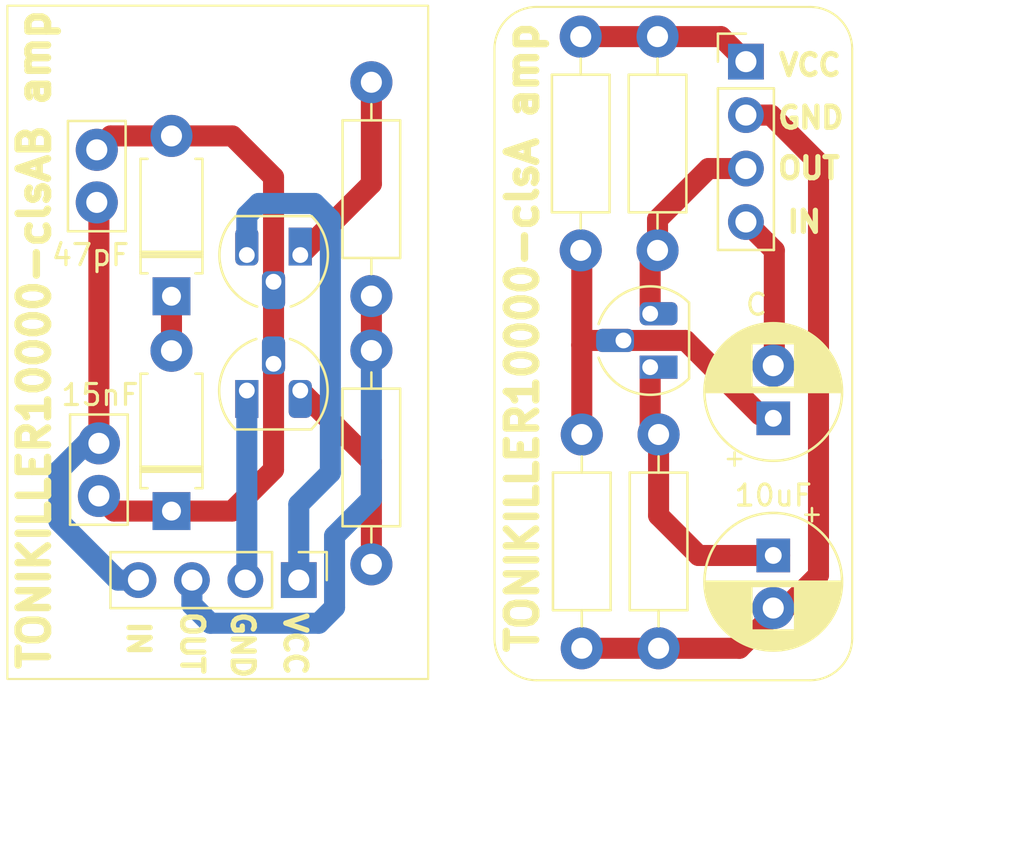
<source format=kicad_pcb>
(kicad_pcb (version 20240108) (generator "pcbnew") (generator_version "8.0")
  (layers (0 "F.Cu" signal) (31 "B.Cu" signal) (34 "B.Paste" user) (35 "F.Paste" user) (36 "B.SilkS" user "B.Silkscreen") (37 "F.SilkS" user "F.Silkscreen") (38 "B.Mask" user) (39 "F.Mask" user) (44 "Edge.Cuts" user))
  (net 0 "")
  (net 1 "IN")
  (net 2 "GND")
  (net 3 "OUT")
  (footprint "Resistor_THT:R_Axial_DIN0207_L6.3mm_D2.5mm_P10.16mm_Horizontal" (layer "F.Cu") (at 87.45 73.04 90)
    (property "Reference" "R191" (hide yes))
    (property "Value" "1K")
    (fp_line (start 8.35 -1.37) (end 1.81 -1.37) (stroke (width 0.12)) (layer "F.SilkS"))
    (fp_line (start 1.81 -1.37) (end 1.81 1.37) (stroke (width 0.12)) (layer "F.SilkS"))
    (fp_line (start 9.12 0) (end 8.35 0) (stroke (width 0.12)) (layer "F.SilkS"))
    (fp_line (start 1.04 0) (end 1.81 0) (stroke (width 0.12)) (layer "F.SilkS"))
    (fp_line (start 8.35 1.37) (end 8.35 -1.37) (stroke (width 0.12)) (layer "F.SilkS"))
    (fp_line (start 1.81 1.37) (end 8.35 1.37) (stroke (width 0.12)) (layer "F.SilkS"))
    (pad "1" thru_hole oval (at 0 0 90) (size 2 2) (drill 1) (layers "*.Cu" "*.Mask") (net 2 "GND"))
    (pad "2" thru_hole oval (at 10.16 0 90) (size 2 2) (drill 1) (layers "*.Cu" "*.Mask"))
  )
  (footprint "Capacitor_THT:CP_Radial_D6.3mm_P2.50mm" (layer "F.Cu") (at 92.9 62.11 90)
    (property "Reference" "C29" (hide yes))
    (property "Value" "C" (at 5.4 -0.8 0) (layer "F.SilkS"))
    (fp_line (start 1.33 -3.23) (end 1.33 3.23) (stroke (width 0.12)) (layer "F.SilkS"))
    (fp_line (start 1.29 -3.23) (end 1.29 3.23) (stroke (width 0.12)) (layer "F.SilkS"))
    (fp_line (start 1.25 -3.23) (end 1.25 3.23) (stroke (width 0.12)) (layer "F.SilkS"))
    (fp_line (start 1.37 -3.228) (end 1.37 3.228) (stroke (width 0.12)) (layer "F.SilkS"))
    (fp_line (start 1.41 -3.227) (end 1.41 3.227) (stroke (width 0.12)) (layer "F.SilkS"))
    (fp_line (start 1.45 -3.224) (end 1.45 3.224) (stroke (width 0.12)) (layer "F.SilkS"))
    (fp_line (start 1.49 -3.222) (end 1.49 -1.04) (stroke (width 0.12)) (layer "F.SilkS"))
    (fp_line (start 1.53 -3.218) (end 1.53 -1.04) (stroke (width 0.12)) (layer "F.SilkS"))
    (fp_line (start 1.57 -3.215) (end 1.57 -1.04) (stroke (width 0.12)) (layer "F.SilkS"))
    (fp_line (start 1.61 -3.211) (end 1.61 -1.04) (stroke (width 0.12)) (layer "F.SilkS"))
    (fp_line (start 1.65 -3.206) (end 1.65 -1.04) (stroke (width 0.12)) (layer "F.SilkS"))
    (fp_line (start 1.69 -3.201) (end 1.69 -1.04) (stroke (width 0.12)) (layer "F.SilkS"))
    (fp_line (start 1.73 -3.195) (end 1.73 -1.04) (stroke (width 0.12)) (layer "F.SilkS"))
    (fp_line (start 1.77 -3.189) (end 1.77 -1.04) (stroke (width 0.12)) (layer "F.SilkS"))
    (fp_line (start 1.81 -3.182) (end 1.81 -1.04) (stroke (width 0.12)) (layer "F.SilkS"))
    (fp_line (start 1.85 -3.175) (end 1.85 -1.04) (stroke (width 0.12)) (layer "F.SilkS"))
    (fp_line (start 1.89 -3.167) (end 1.89 -1.04) (stroke (width 0.12)) (layer "F.SilkS"))
    (fp_line (start 1.93 -3.159) (end 1.93 -1.04) (stroke (width 0.12)) (layer "F.SilkS"))
    (fp_line (start 1.971 -3.15) (end 1.971 -1.04) (stroke (width 0.12)) (layer "F.SilkS"))
    (fp_line (start 2.011 -3.141) (end 2.011 -1.04) (stroke (width 0.12)) (layer "F.SilkS"))
    (fp_line (start 2.051 -3.131) (end 2.051 -1.04) (stroke (width 0.12)) (layer "F.SilkS"))
    (fp_line (start 2.091 -3.121) (end 2.091 -1.04) (stroke (width 0.12)) (layer "F.SilkS"))
    (fp_line (start 2.131 -3.11) (end 2.131 -1.04) (stroke (width 0.12)) (layer "F.SilkS"))
    (fp_line (start 2.171 -3.098) (end 2.171 -1.04) (stroke (width 0.12)) (layer "F.SilkS"))
    (fp_line (start 2.211 -3.086) (end 2.211 -1.04) (stroke (width 0.12)) (layer "F.SilkS"))
    (fp_line (start 2.251 -3.074) (end 2.251 -1.04) (stroke (width 0.12)) (layer "F.SilkS"))
    (fp_line (start 2.291 -3.061) (end 2.291 -1.04) (stroke (width 0.12)) (layer "F.SilkS"))
    (fp_line (start 2.331 -3.047) (end 2.331 -1.04) (stroke (width 0.12)) (layer "F.SilkS"))
    (fp_line (start 2.371 -3.033) (end 2.371 -1.04) (stroke (width 0.12)) (layer "F.SilkS"))
    (fp_line (start 2.411 -3.018) (end 2.411 -1.04) (stroke (width 0.12)) (layer "F.SilkS"))
    (fp_line (start 2.451 -3.002) (end 2.451 -1.04) (stroke (width 0.12)) (layer "F.SilkS"))
    (fp_line (start 2.491 -2.986) (end 2.491 -1.04) (stroke (width 0.12)) (layer "F.SilkS"))
    (fp_line (start 2.531 -2.97) (end 2.531 -1.04) (stroke (width 0.12)) (layer "F.SilkS"))
    (fp_line (start 2.571 -2.952) (end 2.571 -1.04) (stroke (width 0.12)) (layer "F.SilkS"))
    (fp_line (start 2.611 -2.934) (end 2.611 -1.04) (stroke (width 0.12)) (layer "F.SilkS"))
    (fp_line (start 2.651 -2.916) (end 2.651 -1.04) (stroke (width 0.12)) (layer "F.SilkS"))
    (fp_line (start 2.691 -2.896) (end 2.691 -1.04) (stroke (width 0.12)) (layer "F.SilkS"))
    (fp_line (start 2.731 -2.876) (end 2.731 -1.04) (stroke (width 0.12)) (layer "F.SilkS"))
    (fp_line (start 2.771 -2.856) (end 2.771 -1.04) (stroke (width 0.12)) (layer "F.SilkS"))
    (fp_line (start 2.811 -2.834) (end 2.811 -1.04) (stroke (width 0.12)) (layer "F.SilkS"))
    (fp_line (start 2.851 -2.812) (end 2.851 -1.04) (stroke (width 0.12)) (layer "F.SilkS"))
    (fp_line (start 2.891 -2.79) (end 2.891 -1.04) (stroke (width 0.12)) (layer "F.SilkS"))
    (fp_line (start 2.931 -2.766) (end 2.931 -1.04) (stroke (width 0.12)) (layer "F.SilkS"))
    (fp_line (start 2.971 -2.742) (end 2.971 -1.04) (stroke (width 0.12)) (layer "F.SilkS"))
    (fp_line (start 3.011 -2.716) (end 3.011 -1.04) (stroke (width 0.12)) (layer "F.SilkS"))
    (fp_line (start 3.051 -2.69) (end 3.051 -1.04) (stroke (width 0.12)) (layer "F.SilkS"))
    (fp_line (start 3.091 -2.664) (end 3.091 -1.04) (stroke (width 0.12)) (layer "F.SilkS"))
    (fp_line (start 3.131 -2.636) (end 3.131 -1.04) (stroke (width 0.12)) (layer "F.SilkS"))
    (fp_line (start 3.171 -2.607) (end 3.171 -1.04) (stroke (width 0.12)) (layer "F.SilkS"))
    (fp_line (start 3.211 -2.578) (end 3.211 -1.04) (stroke (width 0.12)) (layer "F.SilkS"))
    (fp_line (start 3.251 -2.548) (end 3.251 -1.04) (stroke (width 0.12)) (layer "F.SilkS"))
    (fp_line (start 3.291 -2.516) (end 3.291 -1.04) (stroke (width 0.12)) (layer "F.SilkS"))
    (fp_line (start 3.331 -2.484) (end 3.331 -1.04) (stroke (width 0.12)) (layer "F.SilkS"))
    (fp_line (start 3.371 -2.45) (end 3.371 -1.04) (stroke (width 0.12)) (layer "F.SilkS"))
    (fp_line (start 3.411 -2.416) (end 3.411 -1.04) (stroke (width 0.12)) (layer "F.SilkS"))
    (fp_line (start 3.451 -2.38) (end 3.451 -1.04) (stroke (width 0.12)) (layer "F.SilkS"))
    (fp_line (start 3.491 -2.343) (end 3.491 -1.04) (stroke (width 0.12)) (layer "F.SilkS"))
    (fp_line (start 3.531 -2.305) (end 3.531 -1.04) (stroke (width 0.12)) (layer "F.SilkS"))
    (fp_line (start 3.571 -2.265) (end 3.571 2.265) (stroke (width 0.12)) (layer "F.SilkS"))
    (fp_line (start 3.611 -2.224) (end 3.611 2.224) (stroke (width 0.12)) (layer "F.SilkS"))
    (fp_line (start 3.651 -2.182) (end 3.651 2.182) (stroke (width 0.12)) (layer "F.SilkS"))
    (fp_line (start -1.935241 -2.154) (end -1.935241 -1.524) (stroke (width 0.12)) (layer "F.SilkS"))
    (fp_line (start 3.691 -2.137) (end 3.691 2.137) (stroke (width 0.12)) (layer "F.SilkS"))
    (fp_line (start 3.731 -2.092) (end 3.731 2.092) (stroke (width 0.12)) (layer "F.SilkS"))
    (fp_line (start 3.771 -2.044) (end 3.771 2.044) (stroke (width 0.12)) (layer "F.SilkS"))
    (fp_line (start 3.811 -1.995) (end 3.811 1.995) (stroke (width 0.12)) (layer "F.SilkS"))
    (fp_line (start 3.851 -1.944) (end 3.851 1.944) (stroke (width 0.12)) (layer "F.SilkS"))
    (fp_line (start 3.891 -1.89) (end 3.891 1.89) (stroke (width 0.12)) (layer "F.SilkS"))
    (fp_line (start -2.250241 -1.839) (end -1.620241 -1.839) (stroke (width 0.12)) (layer "F.SilkS"))
    (fp_line (start 3.931 -1.834) (end 3.931 1.834) (stroke (width 0.12)) (layer "F.SilkS"))
    (fp_line (start 3.971 -1.776) (end 3.971 1.776) (stroke (width 0.12)) (layer "F.SilkS"))
    (fp_line (start 4.011 -1.714) (end 4.011 1.714) (stroke (width 0.12)) (layer "F.SilkS"))
    (fp_line (start 4.051 -1.65) (end 4.051 1.65) (stroke (width 0.12)) (layer "F.SilkS"))
    (fp_line (start 4.091 -1.581) (end 4.091 1.581) (stroke (width 0.12)) (layer "F.SilkS"))
    (fp_line (start 4.131 -1.509) (end 4.131 1.509) (stroke (width 0.12)) (layer "F.SilkS"))
    (fp_line (start 4.171 -1.432) (end 4.171 1.432) (stroke (width 0.12)) (layer "F.SilkS"))
    (fp_line (start 4.211 -1.35) (end 4.211 1.35) (stroke (width 0.12)) (layer "F.SilkS"))
    (fp_line (start 4.251 -1.262) (end 4.251 1.262) (stroke (width 0.12)) (layer "F.SilkS"))
    (fp_line (start 4.291 -1.165) (end 4.291 1.165) (stroke (width 0.12)) (layer "F.SilkS"))
    (fp_line (start 4.331 -1.059) (end 4.331 1.059) (stroke (width 0.12)) (layer "F.SilkS"))
    (fp_line (start 4.371 -0.94) (end 4.371 0.94) (stroke (width 0.12)) (layer "F.SilkS"))
    (fp_line (start 4.411 -0.802) (end 4.411 0.802) (stroke (width 0.12)) (layer "F.SilkS"))
    (fp_line (start 4.451 -0.633) (end 4.451 0.633) (stroke (width 0.12)) (layer "F.SilkS"))
    (fp_line (start 4.491 -0.402) (end 4.491 0.402) (stroke (width 0.12)) (layer "F.SilkS"))
    (fp_line (start 3.531 1.04) (end 3.531 2.305) (stroke (width 0.12)) (layer "F.SilkS"))
    (fp_line (start 3.491 1.04) (end 3.491 2.343) (stroke (width 0.12)) (layer "F.SilkS"))
    (fp_line (start 3.451 1.04) (end 3.451 2.38) (stroke (width 0.12)) (layer "F.SilkS"))
    (fp_line (start 3.411 1.04) (end 3.411 2.416) (stroke (width 0.12)) (layer "F.SilkS"))
    (fp_line (start 3.371 1.04) (end 3.371 2.45) (stroke (width 0.12)) (layer "F.SilkS"))
    (fp_line (start 3.331 1.04) (end 3.331 2.484) (stroke (width 0.12)) (layer "F.SilkS"))
    (fp_line (start 3.291 1.04) (end 3.291 2.516) (stroke (width 0.12)) (layer "F.SilkS"))
    (fp_line (start 3.251 1.04) (end 3.251 2.548) (stroke (width 0.12)) (layer "F.SilkS"))
    (fp_line (start 3.211 1.04) (end 3.211 2.578) (stroke (width 0.12)) (layer "F.SilkS"))
    (fp_line (start 3.171 1.04) (end 3.171 2.607) (stroke (width 0.12)) (layer "F.SilkS"))
    (fp_line (start 3.131 1.04) (end 3.131 2.636) (stroke (width 0.12)) (layer "F.SilkS"))
    (fp_line (start 3.091 1.04) (end 3.091 2.664) (stroke (width 0.12)) (layer "F.SilkS"))
    (fp_line (start 3.051 1.04) (end 3.051 2.69) (stroke (width 0.12)) (layer "F.SilkS"))
    (fp_line (start 3.011 1.04) (end 3.011 2.716) (stroke (width 0.12)) (layer "F.SilkS"))
    (fp_line (start 2.971 1.04) (end 2.971 2.742) (stroke (width 0.12)) (layer "F.SilkS"))
    (fp_line (start 2.931 1.04) (end 2.931 2.766) (stroke (width 0.12)) (layer "F.SilkS"))
    (fp_line (start 2.891 1.04) (end 2.891 2.79) (stroke (width 0.12)) (layer "F.SilkS"))
    (fp_line (start 2.851 1.04) (end 2.851 2.812) (stroke (width 0.12)) (layer "F.SilkS"))
    (fp_line (start 2.811 1.04) (end 2.811 2.834) (stroke (width 0.12)) (layer "F.SilkS"))
    (fp_line (start 2.771 1.04) (end 2.771 2.856) (stroke (width 0.12)) (layer "F.SilkS"))
    (fp_line (start 2.731 1.04) (end 2.731 2.876) (stroke (width 0.12)) (layer "F.SilkS"))
    (fp_line (start 2.691 1.04) (end 2.691 2.896) (stroke (width 0.12)) (layer "F.SilkS"))
    (fp_line (start 2.651 1.04) (end 2.651 2.916) (stroke (width 0.12)) (layer "F.SilkS"))
    (fp_line (start 2.611 1.04) (end 2.611 2.934) (stroke (width 0.12)) (layer "F.SilkS"))
    (fp_line (start 2.571 1.04) (end 2.571 2.952) (stroke (width 0.12)) (layer "F.SilkS"))
    (fp_line (start 2.531 1.04) (end 2.531 2.97) (stroke (width 0.12)) (layer "F.SilkS"))
    (fp_line (start 2.491 1.04) (end 2.491 2.986) (stroke (width 0.12)) (layer "F.SilkS"))
    (fp_line (start 2.451 1.04) (end 2.451 3.002) (stroke (width 0.12)) (layer "F.SilkS"))
    (fp_line (start 2.411 1.04) (end 2.411 3.018) (stroke (width 0.12)) (layer "F.SilkS"))
    (fp_line (start 2.371 1.04) (end 2.371 3.033) (stroke (width 0.12)) (layer "F.SilkS"))
    (fp_line (start 2.331 1.04) (end 2.331 3.047) (stroke (width 0.12)) (layer "F.SilkS"))
    (fp_line (start 2.291 1.04) (end 2.291 3.061) (stroke (width 0.12)) (layer "F.SilkS"))
    (fp_line (start 2.251 1.04) (end 2.251 3.074) (stroke (width 0.12)) (layer "F.SilkS"))
    (fp_line (start 2.211 1.04) (end 2.211 3.086) (stroke (width 0.12)) (layer "F.SilkS"))
    (fp_line (start 2.171 1.04) (end 2.171 3.098) (stroke (width 0.12)) (layer "F.SilkS"))
    (fp_line (start 2.131 1.04) (end 2.131 3.11) (stroke (width 0.12)) (layer "F.SilkS"))
    (fp_line (start 2.091 1.04) (end 2.091 3.121) (stroke (width 0.12)) (layer "F.SilkS"))
    (fp_line (start 2.051 1.04) (end 2.051 3.131) (stroke (width 0.12)) (layer "F.SilkS"))
    (fp_line (start 2.011 1.04) (end 2.011 3.141) (stroke (width 0.12)) (layer "F.SilkS"))
    (fp_line (start 1.971 1.04) (end 1.971 3.15) (stroke (width 0.12)) (layer "F.SilkS"))
    (fp_line (start 1.93 1.04) (end 1.93 3.159) (stroke (width 0.12)) (layer "F.SilkS"))
    (fp_line (start 1.89 1.04) (end 1.89 3.167) (stroke (width 0.12)) (layer "F.SilkS"))
    (fp_line (start 1.85 1.04) (end 1.85 3.175) (stroke (width 0.12)) (layer "F.SilkS"))
    (fp_line (start 1.81 1.04) (end 1.81 3.182) (stroke (width 0.12)) (layer "F.SilkS"))
    (fp_line (start 1.77 1.04) (end 1.77 3.189) (stroke (width 0.12)) (layer "F.SilkS"))
    (fp_line (start 1.73 1.04) (end 1.73 3.195) (stroke (width 0.12)) (layer "F.SilkS"))
    (fp_line (start 1.69 1.04) (end 1.69 3.201) (stroke (width 0.12)) (layer "F.SilkS"))
    (fp_line (start 1.65 1.04) (end 1.65 3.206) (stroke (width 0.12)) (layer "F.SilkS"))
    (fp_line (start 1.61 1.04) (end 1.61 3.211) (stroke (width 0.12)) (layer "F.SilkS"))
    (fp_line (start 1.57 1.04) (end 1.57 3.215) (stroke (width 0.12)) (layer "F.SilkS"))
    (fp_line (start 1.53 1.04) (end 1.53 3.218) (stroke (width 0.12)) (layer "F.SilkS"))
    (fp_line (start 1.49 1.04) (end 1.49 3.222) (stroke (width 0.12)) (layer "F.SilkS"))
    (fp_circle (center 1.25 0) (end 4.52 0) (stroke (width 0.12)) (fill none) (layer "F.SilkS"))
    (pad "1" thru_hole rect (at 0 0 90) (size 1.6 1.6) (drill 0.8) (layers "*.Cu" "*.Mask"))
    (pad "2" thru_hole oval (at 2.5 0 90) (size 2 2) (drill 1) (layers "*.Cu" "*.Mask"))
  )
  (footprint "Package_TO_SOT_THT:TO-92_HandSolder" (layer "F.Cu") (at 70.42 54.35 180)
    (property "Reference" "Q195" (hide yes))
    (property "Value" "SS8050")
    (fp_line (start -0.53 1.85) (end 3.07 1.85) (stroke (width 0.12)) (layer "F.SilkS"))
    (fp_arc (start 2.05 -2.45) (mid 3.769931 -0.601036) (end 3.078445 1.827684) (stroke (width 0.12)) (layer "F.SilkS"))
    (fp_arc (start -0.541875 1.841741) (mid -1.247231 -0.581764) (end 0.45 -2.45) (stroke (width 0.12)) (layer "F.SilkS"))
    (pad "1" thru_hole rect (at 0 0 180) (size 1.1 1.8) (drill 0.75 (offset 0 0.4)) (layers "*.Cu" "*.Mask"))
    (pad "2" thru_hole roundrect (at 1.27 -1.27 180) (size 1.1 1.8) (drill 0.75 (offset 0 -0.4)) (layers "*.Cu" "*.Mask"))
    (pad "3" thru_hole roundrect (at 2.54 0 180) (size 1.1 1.8) (drill 0.75 (offset 0 0.4)) (layers "*.Cu" "*.Mask"))
  )
  (footprint "Package_TO_SOT_THT:TO-92_HandSolder" (layer "F.Cu") (at 87.05 59.68 90)
    (property "Reference" "Q180" (hide yes))
    (property "Value" "SS8050")
    (fp_line (start -0.53 1.85) (end 3.07 1.85) (stroke (width 0.12)) (layer "F.SilkS"))
    (fp_arc (start 2.05 -2.45) (mid 3.769931 -0.601036) (end 3.078445 1.827684) (stroke (width 0.12)) (layer "F.SilkS"))
    (fp_arc (start -0.541875 1.841741) (mid -1.247231 -0.581764) (end 0.45 -2.45) (stroke (width 0.12)) (layer "F.SilkS"))
    (pad "1" thru_hole rect (at 0 0 90) (size 1.1 1.8) (drill 0.75 (offset 0 0.4)) (layers "*.Cu" "*.Mask"))
    (pad "2" thru_hole roundrect (at 1.27 -1.27 90) (size 1.1 1.8) (drill 0.75 (offset 0 -0.4)) (layers "*.Cu" "*.Mask"))
    (pad "3" thru_hole roundrect (at 2.54 0 90) (size 1.1 1.8) (drill 0.75 (offset 0 0.4)) (layers "*.Cu" "*.Mask") (net 3 "OUT"))
  )
  (footprint "Capacitor_THT:C_Disc_D5.0mm_W2.5mm_P2.50mm" (layer "F.Cu") (at 60.85 63.3 -90)
    (property "Reference" "C10" (hide yes))
    (property "Value" "15nF" (at -2.3 -0.05 180) (layer "F.SilkS"))
    (fp_line (start -1.37 1.37) (end 3.87 1.37) (stroke (width 0.12)) (layer "F.SilkS"))
    (fp_line (start -1.37 -1.37) (end -1.37 1.37) (stroke (width 0.12)) (layer "F.SilkS"))
    (fp_line (start -1.37 -1.37) (end 3.87 -1.37) (stroke (width 0.12)) (layer "F.SilkS"))
    (fp_line (start 3.87 -1.37) (end 3.87 1.37) (stroke (width 0.12)) (layer "F.SilkS"))
    (pad "1" thru_hole oval (at 0 0 270) (size 2 2) (drill 1) (layers "*.Cu" "*.Mask"))
    (pad "2" thru_hole oval (at 2.5 0 270) (size 2 2) (drill 1) (layers "*.Cu" "*.Mask"))
  )
  (footprint "Capacitor_THT:CP_Radial_D6.3mm_P2.50mm" (layer "F.Cu") (at 92.9 68.627621 -90)
    (property "Reference" "C23" (hide yes))
    (property "Value" "10uF" (at -2.85 0 0) (layer "F.SilkS"))
    (fp_line (start 1.49 1.04) (end 1.49 3.222) (stroke (width 0.12)) (layer "F.SilkS"))
    (fp_line (start 1.53 1.04) (end 1.53 3.218) (stroke (width 0.12)) (layer "F.SilkS"))
    (fp_line (start 1.57 1.04) (end 1.57 3.215) (stroke (width 0.12)) (layer "F.SilkS"))
    (fp_line (start 1.61 1.04) (end 1.61 3.211) (stroke (width 0.12)) (layer "F.SilkS"))
    (fp_line (start 1.65 1.04) (end 1.65 3.206) (stroke (width 0.12)) (layer "F.SilkS"))
    (fp_line (start 1.69 1.04) (end 1.69 3.201) (stroke (width 0.12)) (layer "F.SilkS"))
    (fp_line (start 1.73 1.04) (end 1.73 3.195) (stroke (width 0.12)) (layer "F.SilkS"))
    (fp_line (start 1.77 1.04) (end 1.77 3.189) (stroke (width 0.12)) (layer "F.SilkS"))
    (fp_line (start 1.81 1.04) (end 1.81 3.182) (stroke (width 0.12)) (layer "F.SilkS"))
    (fp_line (start 1.85 1.04) (end 1.85 3.175) (stroke (width 0.12)) (layer "F.SilkS"))
    (fp_line (start 1.89 1.04) (end 1.89 3.167) (stroke (width 0.12)) (layer "F.SilkS"))
    (fp_line (start 1.93 1.04) (end 1.93 3.159) (stroke (width 0.12)) (layer "F.SilkS"))
    (fp_line (start 1.971 1.04) (end 1.971 3.15) (stroke (width 0.12)) (layer "F.SilkS"))
    (fp_line (start 2.011 1.04) (end 2.011 3.141) (stroke (width 0.12)) (layer "F.SilkS"))
    (fp_line (start 2.051 1.04) (end 2.051 3.131) (stroke (width 0.12)) (layer "F.SilkS"))
    (fp_line (start 2.091 1.04) (end 2.091 3.121) (stroke (width 0.12)) (layer "F.SilkS"))
    (fp_line (start 2.131 1.04) (end 2.131 3.11) (stroke (width 0.12)) (layer "F.SilkS"))
    (fp_line (start 2.171 1.04) (end 2.171 3.098) (stroke (width 0.12)) (layer "F.SilkS"))
    (fp_line (start 2.211 1.04) (end 2.211 3.086) (stroke (width 0.12)) (layer "F.SilkS"))
    (fp_line (start 2.251 1.04) (end 2.251 3.074) (stroke (width 0.12)) (layer "F.SilkS"))
    (fp_line (start 2.291 1.04) (end 2.291 3.061) (stroke (width 0.12)) (layer "F.SilkS"))
    (fp_line (start 2.331 1.04) (end 2.331 3.047) (stroke (width 0.12)) (layer "F.SilkS"))
    (fp_line (start 2.371 1.04) (end 2.371 3.033) (stroke (width 0.12)) (layer "F.SilkS"))
    (fp_line (start 2.411 1.04) (end 2.411 3.018) (stroke (width 0.12)) (layer "F.SilkS"))
    (fp_line (start 2.451 1.04) (end 2.451 3.002) (stroke (width 0.12)) (layer "F.SilkS"))
    (fp_line (start 2.491 1.04) (end 2.491 2.986) (stroke (width 0.12)) (layer "F.SilkS"))
    (fp_line (start 2.531 1.04) (end 2.531 2.97) (stroke (width 0.12)) (layer "F.SilkS"))
    (fp_line (start 2.571 1.04) (end 2.571 2.952) (stroke (width 0.12)) (layer "F.SilkS"))
    (fp_line (start 2.611 1.04) (end 2.611 2.934) (stroke (width 0.12)) (layer "F.SilkS"))
    (fp_line (start 2.651 1.04) (end 2.651 2.916) (stroke (width 0.12)) (layer "F.SilkS"))
    (fp_line (start 2.691 1.04) (end 2.691 2.896) (stroke (width 0.12)) (layer "F.SilkS"))
    (fp_line (start 2.731 1.04) (end 2.731 2.876) (stroke (width 0.12)) (layer "F.SilkS"))
    (fp_line (start 2.771 1.04) (end 2.771 2.856) (stroke (width 0.12)) (layer "F.SilkS"))
    (fp_line (start 2.811 1.04) (end 2.811 2.834) (stroke (width 0.12)) (layer "F.SilkS"))
    (fp_line (start 2.851 1.04) (end 2.851 2.812) (stroke (width 0.12)) (layer "F.SilkS"))
    (fp_line (start 2.891 1.04) (end 2.891 2.79) (stroke (width 0.12)) (layer "F.SilkS"))
    (fp_line (start 2.931 1.04) (end 2.931 2.766) (stroke (width 0.12)) (layer "F.SilkS"))
    (fp_line (start 2.971 1.04) (end 2.971 2.742) (stroke (width 0.12)) (layer "F.SilkS"))
    (fp_line (start 3.011 1.04) (end 3.011 2.716) (stroke (width 0.12)) (layer "F.SilkS"))
    (fp_line (start 3.051 1.04) (end 3.051 2.69) (stroke (width 0.12)) (layer "F.SilkS"))
    (fp_line (start 3.091 1.04) (end 3.091 2.664) (stroke (width 0.12)) (layer "F.SilkS"))
    (fp_line (start 3.131 1.04) (end 3.131 2.636) (stroke (width 0.12)) (layer "F.SilkS"))
    (fp_line (start 3.171 1.04) (end 3.171 2.607) (stroke (width 0.12)) (layer "F.SilkS"))
    (fp_line (start 3.211 1.04) (end 3.211 2.578) (stroke (width 0.12)) (layer "F.SilkS"))
    (fp_line (start 3.251 1.04) (end 3.251 2.548) (stroke (width 0.12)) (layer "F.SilkS"))
    (fp_line (start 3.291 1.04) (end 3.291 2.516) (stroke (width 0.12)) (layer "F.SilkS"))
    (fp_line (start 3.331 1.04) (end 3.331 2.484) (stroke (width 0.12)) (layer "F.SilkS"))
    (fp_line (start 3.371 1.04) (end 3.371 2.45) (stroke (width 0.12)) (layer "F.SilkS"))
    (fp_line (start 3.411 1.04) (end 3.411 2.416) (stroke (width 0.12)) (layer "F.SilkS"))
    (fp_line (start 3.451 1.04) (end 3.451 2.38) (stroke (width 0.12)) (layer "F.SilkS"))
    (fp_line (start 3.491 1.04) (end 3.491 2.343) (stroke (width 0.12)) (layer "F.SilkS"))
    (fp_line (start 3.531 1.04) (end 3.531 2.305) (stroke (width 0.12)) (layer "F.SilkS"))
    (fp_line (start 4.491 -0.402) (end 4.491 0.402) (stroke (width 0.12)) (layer "F.SilkS"))
    (fp_line (start 4.451 -0.633) (end 4.451 0.633) (stroke (width 0.12)) (layer "F.SilkS"))
    (fp_line (start 4.411 -0.802) (end 4.411 0.802) (stroke (width 0.12)) (layer "F.SilkS"))
    (fp_line (start 4.371 -0.94) (end 4.371 0.94) (stroke (width 0.12)) (layer "F.SilkS"))
    (fp_line (start 4.331 -1.059) (end 4.331 1.059) (stroke (width 0.12)) (layer "F.SilkS"))
    (fp_line (start 4.291 -1.165) (end 4.291 1.165) (stroke (width 0.12)) (layer "F.SilkS"))
    (fp_line (start 4.251 -1.262) (end 4.251 1.262) (stroke (width 0.12)) (layer "F.SilkS"))
    (fp_line (start 4.211 -1.35) (end 4.211 1.35) (stroke (width 0.12)) (layer "F.SilkS"))
    (fp_line (start 4.171 -1.432) (end 4.171 1.432) (stroke (width 0.12)) (layer "F.SilkS"))
    (fp_line (start 4.131 -1.509) (end 4.131 1.509) (stroke (width 0.12)) (layer "F.SilkS"))
    (fp_line (start 4.091 -1.581) (end 4.091 1.581) (stroke (width 0.12)) (layer "F.SilkS"))
    (fp_line (start 4.051 -1.65) (end 4.051 1.65) (stroke (width 0.12)) (layer "F.SilkS"))
    (fp_line (start 4.011 -1.714) (end 4.011 1.714) (stroke (width 0.12)) (layer "F.SilkS"))
    (fp_line (start 3.971 -1.776) (end 3.971 1.776) (stroke (width 0.12)) (layer "F.SilkS"))
    (fp_line (start 3.931 -1.834) (end 3.931 1.834) (stroke (width 0.12)) (layer "F.SilkS"))
    (fp_line (start -2.250241 -1.839) (end -1.620241 -1.839) (stroke (width 0.12)) (layer "F.SilkS"))
    (fp_line (start 3.891 -1.89) (end 3.891 1.89) (stroke (width 0.12)) (layer "F.SilkS"))
    (fp_line (start 3.851 -1.944) (end 3.851 1.944) (stroke (width 0.12)) (layer "F.SilkS"))
    (fp_line (start 3.811 -1.995) (end 3.811 1.995) (stroke (width 0.12)) (layer "F.SilkS"))
    (fp_line (start 3.771 -2.044) (end 3.771 2.044) (stroke (width 0.12)) (layer "F.SilkS"))
    (fp_line (start 3.731 -2.092) (end 3.731 2.092) (stroke (width 0.12)) (layer "F.SilkS"))
    (fp_line (start 3.691 -2.137) (end 3.691 2.137) (stroke (width 0.12)) (layer "F.SilkS"))
    (fp_line (start -1.935241 -2.154) (end -1.935241 -1.524) (stroke (width 0.12)) (layer "F.SilkS"))
    (fp_line (start 3.651 -2.182) (end 3.651 2.182) (stroke (width 0.12)) (layer "F.SilkS"))
    (fp_line (start 3.611 -2.224) (end 3.611 2.224) (stroke (width 0.12)) (layer "F.SilkS"))
    (fp_line (start 3.571 -2.265) (end 3.571 2.265) (stroke (width 0.12)) (layer "F.SilkS"))
    (fp_line (start 3.531 -2.305) (end 3.531 -1.04) (stroke (width 0.12)) (layer "F.SilkS"))
    (fp_line (start 3.491 -2.343) (end 3.491 -1.04) (stroke (width 0.12)) (layer "F.SilkS"))
    (fp_line (start 3.451 -2.38) (end 3.451 -1.04) (stroke (width 0.12)) (layer "F.SilkS"))
    (fp_line (start 3.411 -2.416) (end 3.411 -1.04) (stroke (width 0.12)) (layer "F.SilkS"))
    (fp_line (start 3.371 -2.45) (end 3.371 -1.04) (stroke (width 0.12)) (layer "F.SilkS"))
    (fp_line (start 3.331 -2.484) (end 3.331 -1.04) (stroke (width 0.12)) (layer "F.SilkS"))
    (fp_line (start 3.291 -2.516) (end 3.291 -1.04) (stroke (width 0.12)) (layer "F.SilkS"))
    (fp_line (start 3.251 -2.548) (end 3.251 -1.04) (stroke (width 0.12)) (layer "F.SilkS"))
    (fp_line (start 3.211 -2.578) (end 3.211 -1.04) (stroke (width 0.12)) (layer "F.SilkS"))
    (fp_line (start 3.171 -2.607) (end 3.171 -1.04) (stroke (width 0.12)) (layer "F.SilkS"))
    (fp_line (start 3.131 -2.636) (end 3.131 -1.04) (stroke (width 0.12)) (layer "F.SilkS"))
    (fp_line (start 3.091 -2.664) (end 3.091 -1.04) (stroke (width 0.12)) (layer "F.SilkS"))
    (fp_line (start 3.051 -2.69) (end 3.051 -1.04) (stroke (width 0.12)) (layer "F.SilkS"))
    (fp_line (start 3.011 -2.716) (end 3.011 -1.04) (stroke (width 0.12)) (layer "F.SilkS"))
    (fp_line (start 2.971 -2.742) (end 2.971 -1.04) (stroke (width 0.12)) (layer "F.SilkS"))
    (fp_line (start 2.931 -2.766) (end 2.931 -1.04) (stroke (width 0.12)) (layer "F.SilkS"))
    (fp_line (start 2.891 -2.79) (end 2.891 -1.04) (stroke (width 0.12)) (layer "F.SilkS"))
    (fp_line (start 2.851 -2.812) (end 2.851 -1.04) (stroke (width 0.12)) (layer "F.SilkS"))
    (fp_line (start 2.811 -2.834) (end 2.811 -1.04) (stroke (width 0.12)) (layer "F.SilkS"))
    (fp_line (start 2.771 -2.856) (end 2.771 -1.04) (stroke (width 0.12)) (layer "F.SilkS"))
    (fp_line (start 2.731 -2.876) (end 2.731 -1.04) (stroke (width 0.12)) (layer "F.SilkS"))
    (fp_line (start 2.691 -2.896) (end 2.691 -1.04) (stroke (width 0.12)) (layer "F.SilkS"))
    (fp_line (start 2.651 -2.916) (end 2.651 -1.04) (stroke (width 0.12)) (layer "F.SilkS"))
    (fp_line (start 2.611 -2.934) (end 2.611 -1.04) (stroke (width 0.12)) (layer "F.SilkS"))
    (fp_line (start 2.571 -2.952) (end 2.571 -1.04) (stroke (width 0.12)) (layer "F.SilkS"))
    (fp_line (start 2.531 -2.97) (end 2.531 -1.04) (stroke (width 0.12)) (layer "F.SilkS"))
    (fp_line (start 2.491 -2.986) (end 2.491 -1.04) (stroke (width 0.12)) (layer "F.SilkS"))
    (fp_line (start 2.451 -3.002) (end 2.451 -1.04) (stroke (width 0.12)) (layer "F.SilkS"))
    (fp_line (start 2.411 -3.018) (end 2.411 -1.04) (stroke (width 0.12)) (layer "F.SilkS"))
    (fp_line (start 2.371 -3.033) (end 2.371 -1.04) (stroke (width 0.12)) (layer "F.SilkS"))
    (fp_line (start 2.331 -3.047) (end 2.331 -1.04) (stroke (width 0.12)) (layer "F.SilkS"))
    (fp_line (start 2.291 -3.061) (end 2.291 -1.04) (stroke (width 0.12)) (layer "F.SilkS"))
    (fp_line (start 2.251 -3.074) (end 2.251 -1.04) (stroke (width 0.12)) (layer "F.SilkS"))
    (fp_line (start 2.211 -3.086) (end 2.211 -1.04) (stroke (width 0.12)) (layer "F.SilkS"))
    (fp_line (start 2.171 -3.098) (end 2.171 -1.04) (stroke (width 0.12)) (layer "F.SilkS"))
    (fp_line (start 2.131 -3.11) (end 2.131 -1.04) (stroke (width 0.12)) (layer "F.SilkS"))
    (fp_line (start 2.091 -3.121) (end 2.091 -1.04) (stroke (width 0.12)) (layer "F.SilkS"))
    (fp_line (start 2.051 -3.131) (end 2.051 -1.04) (stroke (width 0.12)) (layer "F.SilkS"))
    (fp_line (start 2.011 -3.141) (end 2.011 -1.04) (stroke (width 0.12)) (layer "F.SilkS"))
    (fp_line (start 1.971 -3.15) (end 1.971 -1.04) (stroke (width 0.12)) (layer "F.SilkS"))
    (fp_line (start 1.93 -3.159) (end 1.93 -1.04) (stroke (width 0.12)) (layer "F.SilkS"))
    (fp_line (start 1.89 -3.167) (end 1.89 -1.04) (stroke (width 0.12)) (layer "F.SilkS"))
    (fp_line (start 1.85 -3.175) (end 1.85 -1.04) (stroke (width 0.12)) (layer "F.SilkS"))
    (fp_line (start 1.81 -3.182) (end 1.81 -1.04) (stroke (width 0.12)) (layer "F.SilkS"))
    (fp_line (start 1.77 -3.189) (end 1.77 -1.04) (stroke (width 0.12)) (layer "F.SilkS"))
    (fp_line (start 1.73 -3.195) (end 1.73 -1.04) (stroke (width 0.12)) (layer "F.SilkS"))
    (fp_line (start 1.69 -3.201) (end 1.69 -1.04) (stroke (width 0.12)) (layer "F.SilkS"))
    (fp_line (start 1.65 -3.206) (end 1.65 -1.04) (stroke (width 0.12)) (layer "F.SilkS"))
    (fp_line (start 1.61 -3.211) (end 1.61 -1.04) (stroke (width 0.12)) (layer "F.SilkS"))
    (fp_line (start 1.57 -3.215) (end 1.57 -1.04) (stroke (width 0.12)) (layer "F.SilkS"))
    (fp_line (start 1.53 -3.218) (end 1.53 -1.04) (stroke (width 0.12)) (layer "F.SilkS"))
    (fp_line (start 1.49 -3.222) (end 1.49 -1.04) (stroke (width 0.12)) (layer "F.SilkS"))
    (fp_line (start 1.45 -3.224) (end 1.45 3.224) (stroke (width 0.12)) (layer "F.SilkS"))
    (fp_line (start 1.41 -3.227) (end 1.41 3.227) (stroke (width 0.12)) (layer "F.SilkS"))
    (fp_line (start 1.37 -3.228) (end 1.37 3.228) (stroke (width 0.12)) (layer "F.SilkS"))
    (fp_line (start 1.25 -3.23) (end 1.25 3.23) (stroke (width 0.12)) (layer "F.SilkS"))
    (fp_line (start 1.29 -3.23) (end 1.29 3.23) (stroke (width 0.12)) (layer "F.SilkS"))
    (fp_line (start 1.33 -3.23) (end 1.33 3.23) (stroke (width 0.12)) (layer "F.SilkS"))
    (fp_circle (center 1.25 0) (end 4.52 0) (stroke (width 0.12)) (fill none) (layer "F.SilkS"))
    (pad "1" thru_hole rect (at 0 0 270) (size 1.6 1.6) (drill 0.8) (layers "*.Cu" "*.Mask") (net 1 "IN"))
    (pad "2" thru_hole oval (at 2.5 0 270) (size 2 2) (drill 1) (layers "*.Cu" "*.Mask"))
  )
  (footprint "Package_TO_SOT_THT:TO-92_HandSolder" (layer "F.Cu") (at 67.88 60.79)
    (property "Reference" "Q196" (hide yes))
    (property "Value" "Ss8550")
    (fp_line (start -0.53 1.85) (end 3.07 1.85) (stroke (width 0.12)) (layer "F.SilkS"))
    (fp_arc (start -0.541875 1.841741) (mid -1.247231 -0.581764) (end 0.45 -2.45) (stroke (width 0.12)) (layer "F.SilkS"))
    (fp_arc (start 2.05 -2.45) (mid 3.769931 -0.601036) (end 3.078445 1.827684) (stroke (width 0.12)) (layer "F.SilkS"))
    (pad "1" thru_hole rect (at 0 0) (size 1.1 1.8) (drill 0.75 (offset 0 0.4)) (layers "*.Cu" "*.Mask") (net 2 "GND"))
    (pad "2" thru_hole roundrect (at 1.27 -1.27) (size 1.1 1.8) (drill 0.75 (offset 0 -0.4)) (layers "*.Cu" "*.Mask"))
    (pad "3" thru_hole roundrect (at 2.54 0) (size 1.1 1.8) (drill 0.75 (offset 0 0.4)) (layers "*.Cu" "*.Mask"))
  )
  (footprint "Connector_PinHeader_2.54mm:PinHeader_1x04_P2.54mm_Vertical" (layer "F.Cu") (at 91.6 45.16)
    (property "Reference" "REF**" (hide yes))
    (property "Value" "PinHeader_1x04_P2.54mm_Vertical")
    (fp_line (start -1.33 -1.33) (end 0 -1.33) (stroke (width 0.12)) (layer "F.SilkS"))
    (fp_line (start -1.33 0) (end -1.33 -1.33) (stroke (width 0.12)) (layer "F.SilkS"))
    (fp_line (start -1.33 1.27) (end -1.33 8.95) (stroke (width 0.12)) (layer "F.SilkS"))
    (fp_line (start -1.33 1.27) (end 1.33 1.27) (stroke (width 0.12)) (layer "F.SilkS"))
    (fp_line (start -1.33 8.95) (end 1.33 8.95) (stroke (width 0.12)) (layer "F.SilkS"))
    (fp_line (start 1.33 1.27) (end 1.33 8.95) (stroke (width 0.12)) (layer "F.SilkS"))
    (pad "1" thru_hole rect (at 0 0) (size 1.7 1.7) (drill 1) (layers "*.Cu" "*.Mask"))
    (pad "2" thru_hole oval (at 0 2.54) (size 1.7 1.7) (drill 1) (layers "*.Cu" "*.Mask") (net 2 "GND"))
    (pad "3" thru_hole oval (at 0 5.08) (size 1.7 1.7) (drill 1) (layers "*.Cu" "*.Mask") (net 3 "OUT"))
    (pad "4" thru_hole oval (at 0 7.62) (size 1.7 1.7) (drill 1) (layers "*.Cu" "*.Mask") (net 1 "IN"))
  )
  (footprint "Diode_THT:D_A-405_P7.62mm_Horizontal" (layer "F.Cu") (at 64.3 66.52 90)
    (property "Reference" "D57" (hide yes))
    (property "Value" "D")
    (fp_line (start 6.53 -1.47) (end 6.53 -1.14) (stroke (width 0.12)) (layer "F.SilkS"))
    (fp_line (start 2.11 -1.47) (end 2.11 1.47) (stroke (width 0.12)) (layer "F.SilkS"))
    (fp_line (start 1.99 -1.47) (end 1.99 1.47) (stroke (width 0.12)) (layer "F.SilkS"))
    (fp_line (start 1.87 -1.47) (end 1.87 1.47) (stroke (width 0.12)) (layer "F.SilkS"))
    (fp_line (start 1.09 -1.47) (end 6.53 -1.47) (stroke (width 0.12)) (layer "F.SilkS"))
    (fp_line (start 1.09 -1.14) (end 1.09 -1.47) (stroke (width 0.12)) (layer "F.SilkS"))
    (fp_line (start 1.09 1.14) (end 1.09 1.47) (stroke (width 0.12)) (layer "F.SilkS"))
    (fp_line (start 6.53 1.47) (end 6.53 1.14) (stroke (width 0.12)) (layer "F.SilkS"))
    (fp_line (start 1.09 1.47) (end 6.53 1.47) (stroke (width 0.12)) (layer "F.SilkS"))
    (pad "1" thru_hole rect (at 0 0 90) (size 1.8 1.8) (drill 0.9) (layers "*.Cu" "*.Mask"))
    (pad "2" thru_hole oval (at 7.62 0 90) (size 2 2) (drill 1) (layers "*.Cu" "*.Mask"))
  )
  (footprint "Connector_PinHeader_2.54mm:PinHeader_1x04_P2.54mm_Vertical" (layer "F.Cu") (at 70.35 69.8 -90)
    (property "Reference" "REF**" (hide yes))
    (property "Value" "PinHeader_1x04_P2.54mm_Vertical")
    (fp_line (start -1.33 8.95) (end 1.33 8.95) (stroke (width 0.12)) (layer "F.SilkS"))
    (fp_line (start -1.33 1.27) (end -1.33 8.95) (stroke (width 0.12)) (layer "F.SilkS"))
    (fp_line (start -1.33 1.27) (end 1.33 1.27) (stroke (width 0.12)) (layer "F.SilkS"))
    (fp_line (start 1.33 1.27) (end 1.33 8.95) (stroke (width 0.12)) (layer "F.SilkS"))
    (fp_line (start -1.33 0) (end -1.33 -1.33) (stroke (width 0.12)) (layer "F.SilkS"))
    (fp_line (start -1.33 -1.33) (end 0 -1.33) (stroke (width 0.12)) (layer "F.SilkS"))
    (pad "1" thru_hole rect (at 0 0 270) (size 1.7 1.7) (drill 1) (layers "*.Cu" "*.Mask"))
    (pad "2" thru_hole oval (at 0 2.54 270) (size 1.7 1.7) (drill 1) (layers "*.Cu" "*.Mask") (net 2 "GND"))
    (pad "3" thru_hole oval (at 0 5.08 270) (size 1.7 1.7) (drill 1) (layers "*.Cu" "*.Mask") (net 3 "OUT"))
    (pad "4" thru_hole oval (at 0 7.62 270) (size 1.7 1.7) (drill 1) (layers "*.Cu" "*.Mask") (net 1 "IN"))
  )
  (footprint "Resistor_THT:R_Axial_DIN0207_L6.3mm_D2.5mm_P10.16mm_Horizontal" (layer "F.Cu") (at 87.4 54.13 90)
    (property "Reference" "R190" (hide yes))
    (property "Value" "4.7K")
    (fp_line (start 8.35 -1.37) (end 1.81 -1.37) (stroke (width 0.12)) (layer "F.SilkS"))
    (fp_line (start 1.81 -1.37) (end 1.81 1.37) (stroke (width 0.12)) (layer "F.SilkS"))
    (fp_line (start 9.12 0) (end 8.35 0) (stroke (width 0.12)) (layer "F.SilkS"))
    (fp_line (start 1.04 0) (end 1.81 0) (stroke (width 0.12)) (layer "F.SilkS"))
    (fp_line (start 8.35 1.37) (end 8.35 -1.37) (stroke (width 0.12)) (layer "F.SilkS"))
    (fp_line (start 1.81 1.37) (end 8.35 1.37) (stroke (width 0.12)) (layer "F.SilkS"))
    (pad "1" thru_hole oval (at 0 0 90) (size 2 2) (drill 1) (layers "*.Cu" "*.Mask") (net 3 "OUT"))
    (pad "2" thru_hole oval (at 10.16 0 90) (size 2 2) (drill 1) (layers "*.Cu" "*.Mask"))
  )
  (footprint "Diode_THT:D_A-405_P7.62mm_Horizontal" (layer "F.Cu") (at 64.3 56.31 90)
    (property "Reference" "D56" (hide yes))
    (property "Value" "D")
    (fp_line (start 6.53 -1.47) (end 6.53 -1.14) (stroke (width 0.12)) (layer "F.SilkS"))
    (fp_line (start 2.11 -1.47) (end 2.11 1.47) (stroke (width 0.12)) (layer "F.SilkS"))
    (fp_line (start 1.99 -1.47) (end 1.99 1.47) (stroke (width 0.12)) (layer "F.SilkS"))
    (fp_line (start 1.87 -1.47) (end 1.87 1.47) (stroke (width 0.12)) (layer "F.SilkS"))
    (fp_line (start 1.09 -1.47) (end 6.53 -1.47) (stroke (width 0.12)) (layer "F.SilkS"))
    (fp_line (start 1.09 -1.14) (end 1.09 -1.47) (stroke (width 0.12)) (layer "F.SilkS"))
    (fp_line (start 1.09 1.14) (end 1.09 1.47) (stroke (width 0.12)) (layer "F.SilkS"))
    (fp_line (start 6.53 1.47) (end 6.53 1.14) (stroke (width 0.12)) (layer "F.SilkS"))
    (fp_line (start 1.09 1.47) (end 6.53 1.47) (stroke (width 0.12)) (layer "F.SilkS"))
    (pad "1" thru_hole rect (at 0 0 90) (size 1.8 1.8) (drill 0.9) (layers "*.Cu" "*.Mask"))
    (pad "2" thru_hole oval (at 7.62 0 90) (size 2 2) (drill 1) (layers "*.Cu" "*.Mask"))
  )
  (footprint "Capacitor_THT:C_Disc_D5.0mm_W2.5mm_P2.50mm" (layer "F.Cu") (at 60.75 51.85 90)
    (property "Reference" "C9" (hide yes))
    (property "Value" "47pF" (at -2.5 -0.3 180) (layer "F.SilkS"))
    (fp_line (start 3.87 -1.37) (end 3.87 1.37) (stroke (width 0.12)) (layer "F.SilkS"))
    (fp_line (start -1.37 -1.37) (end 3.87 -1.37) (stroke (width 0.12)) (layer "F.SilkS"))
    (fp_line (start -1.37 -1.37) (end -1.37 1.37) (stroke (width 0.12)) (layer "F.SilkS"))
    (fp_line (start -1.37 1.37) (end 3.87 1.37) (stroke (width 0.12)) (layer "F.SilkS"))
    (pad "1" thru_hole oval (at 0 0 90) (size 2 2) (drill 1) (layers "*.Cu" "*.Mask"))
    (pad "2" thru_hole oval (at 2.5 0 90) (size 2 2) (drill 1) (layers "*.Cu" "*.Mask"))
  )
  (footprint "Resistor_THT:R_Axial_DIN0207_L6.3mm_D2.5mm_P10.16mm_Horizontal" (layer "F.Cu") (at 83.75 54.13 90)
    (property "Reference" "R221" (hide yes))
    (property "Value" "4.7K")
    (fp_line (start 8.35 -1.37) (end 1.81 -1.37) (stroke (width 0.12)) (layer "F.SilkS"))
    (fp_line (start 1.81 -1.37) (end 1.81 1.37) (stroke (width 0.12)) (layer "F.SilkS"))
    (fp_line (start 9.12 0) (end 8.35 0) (stroke (width 0.12)) (layer "F.SilkS"))
    (fp_line (start 1.04 0) (end 1.81 0) (stroke (width 0.12)) (layer "F.SilkS"))
    (fp_line (start 8.35 1.37) (end 8.35 -1.37) (stroke (width 0.12)) (layer "F.SilkS"))
    (fp_line (start 1.81 1.37) (end 8.35 1.37) (stroke (width 0.12)) (layer "F.SilkS"))
    (pad "1" thru_hole oval (at 0 0 90) (size 2 2) (drill 1) (layers "*.Cu" "*.Mask"))
    (pad "2" thru_hole oval (at 10.16 0 90) (size 2 2) (drill 1) (layers "*.Cu" "*.Mask"))
  )
  (footprint "Resistor_THT:R_Axial_DIN0207_L6.3mm_D2.5mm_P10.16mm_Horizontal" (layer "F.Cu") (at 73.8 56.3 90)
    (property "Reference" "R202" (hide yes))
    (property "Value" "R")
    (fp_line (start 8.35 -1.37) (end 1.81 -1.37) (stroke (width 0.12)) (layer "F.SilkS"))
    (fp_line (start 1.81 -1.37) (end 1.81 1.37) (stroke (width 0.12)) (layer "F.SilkS"))
    (fp_line (start 9.12 0) (end 8.35 0) (stroke (width 0.12)) (layer "F.SilkS"))
    (fp_line (start 1.04 0) (end 1.81 0) (stroke (width 0.12)) (layer "F.SilkS"))
    (fp_line (start 8.35 1.37) (end 8.35 -1.37) (stroke (width 0.12)) (layer "F.SilkS"))
    (fp_line (start 1.81 1.37) (end 8.35 1.37) (stroke (width 0.12)) (layer "F.SilkS"))
    (pad "1" thru_hole oval (at 0 0 90) (size 2 2) (drill 1) (layers "*.Cu" "*.Mask") (net 3 "OUT"))
    (pad "2" thru_hole oval (at 10.16 0 90) (size 2 2) (drill 1) (layers "*.Cu" "*.Mask"))
  )
  (footprint "Resistor_THT:R_Axial_DIN0207_L6.3mm_D2.5mm_P10.16mm_Horizontal" (layer "F.Cu") (at 73.8 69.05 90)
    (property "Reference" "R203" (hide yes))
    (property "Value" "R")
    (fp_line (start 8.35 -1.37) (end 1.81 -1.37) (stroke (width 0.12)) (layer "F.SilkS"))
    (fp_line (start 1.81 -1.37) (end 1.81 1.37) (stroke (width 0.12)) (layer "F.SilkS"))
    (fp_line (start 9.12 0) (end 8.35 0) (stroke (width 0.12)) (layer "F.SilkS"))
    (fp_line (start 1.04 0) (end 1.81 0) (stroke (width 0.12)) (layer "F.SilkS"))
    (fp_line (start 8.35 1.37) (end 8.35 -1.37) (stroke (width 0.12)) (layer "F.SilkS"))
    (fp_line (start 1.81 1.37) (end 8.35 1.37) (stroke (width 0.12)) (layer "F.SilkS"))
    (pad "1" thru_hole oval (at 0 0 90) (size 2 2) (drill 1) (layers "*.Cu" "*.Mask"))
    (pad "2" thru_hole oval (at 10.16 0 90) (size 2 2) (drill 1) (layers "*.Cu" "*.Mask") (net 3 "OUT"))
  )
  (footprint "Resistor_THT:R_Axial_DIN0207_L6.3mm_D2.5mm_P10.16mm_Horizontal" (layer "F.Cu") (at 83.8 73.04 90)
    (property "Reference" "R222" (hide yes))
    (property "Value" "1K")
    (fp_line (start 8.35 -1.37) (end 1.81 -1.37) (stroke (width 0.12)) (layer "F.SilkS"))
    (fp_line (start 1.81 -1.37) (end 1.81 1.37) (stroke (width 0.12)) (layer "F.SilkS"))
    (fp_line (start 9.12 0) (end 8.35 0) (stroke (width 0.12)) (layer "F.SilkS"))
    (fp_line (start 1.04 0) (end 1.81 0) (stroke (width 0.12)) (layer "F.SilkS"))
    (fp_line (start 8.35 1.37) (end 8.35 -1.37) (stroke (width 0.12)) (layer "F.SilkS"))
    (fp_line (start 1.81 1.37) (end 8.35 1.37) (stroke (width 0.12)) (layer "F.SilkS"))
    (pad "1" thru_hole oval (at 0 0 90) (size 2 2) (drill 1) (layers "*.Cu" "*.Mask") (net 2 "GND"))
    (pad "2" thru_hole oval (at 10.16 0 90) (size 2 2) (drill 1) (layers "*.Cu" "*.Mask"))
  )
  (gr_line (start 96.65 44.56) (end 96.65 72.56) (stroke (width 0.1)) (layer "F.SilkS"))
  (gr_arc (start 96.65 72.56) (mid 96.064214 73.974214) (end 94.65 74.56) (stroke (width 0.1)) (layer "F.SilkS"))
  (gr_arc (start 81.65 74.56) (mid 80.235786 73.974214) (end 79.65 72.56) (stroke (width 0.1)) (layer "F.SilkS"))
  (gr_rect (start 56.5 42.5) (end 76.5 74.5) (stroke (width 0.1)) (fill none) (layer "F.SilkS"))
  (gr_line (start 79.65 72.56) (end 79.65 44.56) (stroke (width 0.1)) (layer "F.SilkS"))
  (gr_arc (start 94.65 42.56) (mid 96.064214 43.145786) (end 96.65 44.56) (stroke (width 0.1)) (layer "F.SilkS"))
  (gr_arc (start 79.65 44.56) (mid 80.235786 43.145786) (end 81.65 42.56) (stroke (width 0.1)) (layer "F.SilkS"))
  (gr_line (start 94.65 74.56) (end 81.65 74.56) (stroke (width 0.1)) (layer "F.SilkS"))
  (gr_line (start 81.65 42.56) (end 94.65 42.56) (stroke (width 0.1)) (layer "F.SilkS"))
  (gr_text "VCC" (at 93.05 45.91 0) (layer "F.SilkS") (effects (font (size 1 1) (thickness 0.25) (bold yes)) (justify left bottom)))
  (gr_text "GND" (at 67.1 71.2 -90) (layer "F.SilkS") (effects (font (size 1 1) (thickness 0.25) (bold yes)) (justify left bottom)))
  (gr_text "IN" (at 62.15 71.65 -90) (layer "F.SilkS") (effects (font (size 1 1) (thickness 0.25) (bold yes)) (justify left bottom)))
  (gr_text "VCC" (at 69.6 71.25 -90) (layer "F.SilkS") (effects (font (size 1 1) (thickness 0.25) (bold yes)) (justify left bottom)))
  (gr_text "OUT" (at 64.7 71.2 -90) (layer "F.SilkS") (effects (font (size 1 1) (thickness 0.25) (bold yes)) (justify left bottom)))
  (gr_text "TONIKILLER10000-clsAB amp" (at 58.6 74.2 90) (layer "F.SilkS") (effects (font (size 1.4 1.4) (thickness 0.35) (bold yes)) (justify left bottom)))
  (gr_text "TONIKILLER10000-clsA amp" (at 81.8 73.4 90) (layer "F.SilkS") (effects (font (size 1.4 1.4) (thickness 0.35) (bold yes)) (justify left bottom)))
  (gr_text "OUT" (at 93 50.81 0) (layer "F.SilkS") (effects (font (size 1 1) (thickness 0.25) (bold yes)) (justify left bottom)))
  (gr_text "IN" (at 93.45 53.36 0) (layer "F.SilkS") (effects (font (size 1 1) (thickness 0.25) (bold yes)) (justify left bottom)))
  (gr_text "GND" (at 93 48.41 0) (layer "F.SilkS") (effects (font (size 1 1) (thickness 0.25) (bold yes)) (justify left bottom)))
  (segment (start 64.3 58.9) (end 64.3 56.31) (width 1) (layer "F.Cu") (net 0))
  (segment (start 92.267621 61.947621) (end 92.95 61.947621) (width 1) (layer "F.Cu") (net 0))
  (segment (start 70.42 54.35) (end 73.8 50.97) (width 1) (layer "F.Cu") (net 0))
  (segment (start 73.8 64.17) (end 73.8 69.05) (width 1) (layer "F.Cu") (net 0))
  (segment (start 84.02 58.41) (end 83.8 58.63) (width 1) (layer "F.Cu") (net 0))
  (segment (start 83.75 43.97) (end 87.4 43.97) (width 1) (layer "F.Cu") (net 0))
  (segment (start 73.8 50.97) (end 73.8 46.14) (width 1) (layer "F.Cu") (net 0))
  (segment (start 88.73 58.41) (end 92.267621 61.947621) (width 1) (layer "F.Cu") (net 0))
  (segment (start 87.4 43.97) (end 90.41 43.97) (width 1) (layer "F.Cu") (net 0))
  (segment (start 83.8 62.88) (end 83.8 58.63) (width 1) (layer "F.Cu") (net 0))
  (segment (start 70.42 60.79) (end 73.8 64.17) (width 1) (layer "F.Cu") (net 0))
  (segment (start 90.41 43.97) (end 91.5 45.06) (width 1) (layer "F.Cu") (net 0))
  (segment (start 85.78 58.41) (end 88.73 58.41) (width 1) (layer "F.Cu") (net 0))
  (segment (start 83.8 54.18) (end 83.75 54.13) (width 1) (layer "F.Cu") (net 0))
  (segment (start 85.78 58.41) (end 84.02 58.41) (width 1) (layer "F.Cu") (net 0))
  (segment (start 83.8 58.63) (end 83.8 54.18) (width 1) (layer "F.Cu") (net 0))
  (segment (start 70.35 69.8) (end 70.35 66.2) (width 1) (layer "B.Cu") (net 0))
  (segment (start 68.45 51.9) (end 67.88 52.47) (width 1) (layer "B.Cu") (net 0))
  (segment (start 71.85 52.65) (end 71.1 51.9) (width 1) (layer "B.Cu") (net 0))
  (segment (start 67.88 52.47) (end 67.88 54.35) (width 1) (layer "B.Cu") (net 0))
  (segment (start 71.85 64.7) (end 71.85 52.65) (width 1) (layer "B.Cu") (net 0))
  (segment (start 71.1 51.9) (end 68.45 51.9) (width 1) (layer "B.Cu") (net 0))
  (segment (start 70.35 66.2) (end 71.85 64.7) (width 1) (layer "B.Cu") (net 0))
  (segment (start 69.15 55.62) (end 69.15 50.65) (width 1) (layer "F.Cu") (net 1))
  (segment (start 64.3 48.69) (end 61.41 48.69) (width 1) (layer "F.Cu") (net 1))
  (segment (start 92.95 54.13) (end 91.6 52.78) (width 1) (layer "F.Cu") (net 1))
  (segment (start 89.35 68.63) (end 93.2 68.63) (width 1) (layer "F.Cu") (net 1))
  (segment (start 64.3 66.52) (end 61.57 66.52) (width 1) (layer "F.Cu") (net 1))
  (segment (start 61.57 66.52) (end 60.85 65.8) (width 1) (layer "F.Cu") (net 1))
  (segment (start 60.85 63.3) (end 60.85 51.95) (width 1) (layer "F.Cu") (net 1))
  (segment (start 69.15 55.62) (end 69.15 59.52) (width 1) (layer "F.Cu") (net 1))
  (segment (start 92.95 59.447621) (end 92.95 54.13) (width 1) (layer "F.Cu") (net 1))
  (segment (start 69.15 50.65) (end 67.19 48.69) (width 1) (layer "F.Cu") (net 1))
  (segment (start 61.41 48.69) (end 60.75 49.35) (width 1) (layer "F.Cu") (net 1))
  (segment (start 87.05 62.48) (end 87.45 62.88) (width 1) (layer "F.Cu") (net 1))
  (segment (start 67.19 48.69) (end 64.3 48.69) (width 1) (layer "F.Cu") (net 1))
  (segment (start 87.05 59.68) (end 87.05 62.48) (width 1) (layer "F.Cu") (net 1))
  (segment (start 69.15 59.52) (end 69.15 64.55) (width 1) (layer "F.Cu") (net 1))
  (segment (start 87.45 66.73) (end 89.35 68.63) (width 1) (layer "F.Cu") (net 1))
  (segment (start 87.45 62.88) (end 87.45 66.73) (width 1) (layer "F.Cu") (net 1))
  (segment (start 67.18 66.52) (end 64.3 66.52) (width 1) (layer "F.Cu") (net 1))
  (segment (start 69.15 64.55) (end 67.18 66.52) (width 1) (layer "F.Cu") (net 1))
  (segment (start 60.85 51.95) (end 60.75 51.85) (width 1) (layer "F.Cu") (net 1))
  (segment (start 58.95 67) (end 61.75 69.8) (width 1) (layer "B.Cu") (net 1))
  (segment (start 60.25 63.3) (end 58.95 64.6) (width 1) (layer "B.Cu") (net 1))
  (segment (start 58.95 64.6) (end 58.95 67) (width 1) (layer "B.Cu") (net 1))
  (segment (start 60.85 63.3) (end 60.25 63.3) (width 1) (layer "B.Cu") (net 1))
  (segment (start 61.75 69.8) (end 62.73 69.8) (width 1) (layer "B.Cu") (net 1))
  (segment (start 91.6 47.7) (end 92.79 47.7) (width 1) (layer "F.Cu") (net 2))
  (segment (start 95.05 49.96) (end 95.05 69.56) (width 1) (layer "F.Cu") (net 2))
  (segment (start 95.05 69.56) (end 93.48 71.13) (width 1) (layer "F.Cu") (net 2))
  (segment (start 83.8 73.04) (end 87.45 73.04) (width 1) (layer "F.Cu") (net 2))
  (segment (start 93.48 71.13) (end 93.2 71.13) (width 1) (layer "F.Cu") (net 2))
  (segment (start 91.29 73.04) (end 93.2 71.13) (width 1) (layer "F.Cu") (net 2))
  (segment (start 87.45 73.04) (end 91.29 73.04) (width 1) (layer "F.Cu") (net 2))
  (segment (start 92.79 47.7) (end 95.05 49.96) (width 1) (layer "F.Cu") (net 2))
  (segment (start 67.88 69.73) (end 67.81 69.8) (width 1) (layer "B.Cu") (net 2))
  (segment (start 67.88 60.79) (end 67.88 69.73) (width 1) (layer "B.Cu") (net 2))
  (segment (start 73.8 56.3) (end 73.8 58.89) (width 1) (layer "F.Cu") (net 3))
  (segment (start 87.4 54.13) (end 87.4 52.66) (width 1) (layer "F.Cu") (net 3))
  (segment (start 87.4 52.66) (end 89.82 50.24) (width 1) (layer "F.Cu") (net 3))
  (segment (start 87.05 57.14) (end 87.05 54.48) (width 1) (layer "F.Cu") (net 3))
  (segment (start 87.05 54.48) (end 87.4 54.13) (width 1) (layer "F.Cu") (net 3))
  (segment (start 89.82 50.24) (end 91.6 50.24) (width 1) (layer "F.Cu") (net 3))
  (segment (start 71.3 71.85) (end 72.05 71.1) (width 1) (layer "B.Cu") (net 3))
  (segment (start 72.05 67.7) (end 73.8 65.95) (width 1) (layer "B.Cu") (net 3))
  (segment (start 66.15 71.85) (end 71.3 71.85) (width 1) (layer "B.Cu") (net 3))
  (segment (start 72.05 71.1) (end 72.05 67.7) (width 1) (layer "B.Cu") (net 3))
  (segment (start 65.27 69.8) (end 65.27 70.97) (width 1) (layer "B.Cu") (net 3))
  (segment (start 65.27 70.97) (end 66.15 71.85) (width 1) (layer "B.Cu") (net 3))
  (segment (start 73.8 65.95) (end 73.8 58.89) (width 1) (layer "B.Cu") (net 3))
)
</source>
